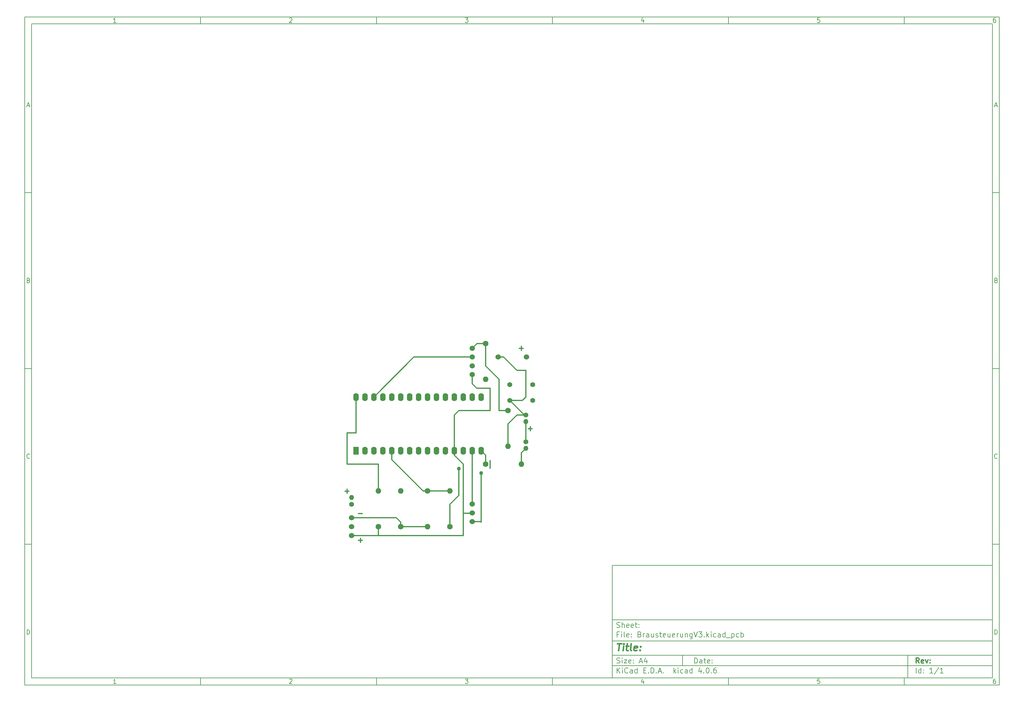
<source format=gtl>
%TF.GenerationSoftware,KiCad,Pcbnew,4.0.6*%
%TF.CreationDate,2018-01-11T13:18:02+01:00*%
%TF.ProjectId,BrausteuerungV3,42726175737465756572756E6756332E,rev?*%
%TF.FileFunction,Copper,L1,Top,Signal*%
%FSLAX46Y46*%
G04 Gerber Fmt 4.6, Leading zero omitted, Abs format (unit mm)*
G04 Created by KiCad (PCBNEW 4.0.6) date 01/11/18 13:18:02*
%MOMM*%
%LPD*%
G01*
G04 APERTURE LIST*
%ADD10C,0.100000*%
%ADD11C,0.150000*%
%ADD12C,0.300000*%
%ADD13C,0.400000*%
%ADD14C,1.524000*%
%ADD15C,1.600000*%
%ADD16O,1.600000X1.600000*%
%ADD17C,1.400000*%
%ADD18O,1.400000X1.400000*%
%ADD19C,1.500000*%
%ADD20R,1.574800X2.286000*%
%ADD21O,1.574800X2.286000*%
%ADD22C,1.100000*%
G04 APERTURE END LIST*
D10*
D11*
X177002200Y-166007200D02*
X177002200Y-198007200D01*
X285002200Y-198007200D01*
X285002200Y-166007200D01*
X177002200Y-166007200D01*
D10*
D11*
X10000000Y-10000000D02*
X10000000Y-200007200D01*
X287002200Y-200007200D01*
X287002200Y-10000000D01*
X10000000Y-10000000D01*
D10*
D11*
X12000000Y-12000000D02*
X12000000Y-198007200D01*
X285002200Y-198007200D01*
X285002200Y-12000000D01*
X12000000Y-12000000D01*
D10*
D11*
X60000000Y-12000000D02*
X60000000Y-10000000D01*
D10*
D11*
X110000000Y-12000000D02*
X110000000Y-10000000D01*
D10*
D11*
X160000000Y-12000000D02*
X160000000Y-10000000D01*
D10*
D11*
X210000000Y-12000000D02*
X210000000Y-10000000D01*
D10*
D11*
X260000000Y-12000000D02*
X260000000Y-10000000D01*
D10*
D11*
X35990476Y-11588095D02*
X35247619Y-11588095D01*
X35619048Y-11588095D02*
X35619048Y-10288095D01*
X35495238Y-10473810D01*
X35371429Y-10597619D01*
X35247619Y-10659524D01*
D10*
D11*
X85247619Y-10411905D02*
X85309524Y-10350000D01*
X85433333Y-10288095D01*
X85742857Y-10288095D01*
X85866667Y-10350000D01*
X85928571Y-10411905D01*
X85990476Y-10535714D01*
X85990476Y-10659524D01*
X85928571Y-10845238D01*
X85185714Y-11588095D01*
X85990476Y-11588095D01*
D10*
D11*
X135185714Y-10288095D02*
X135990476Y-10288095D01*
X135557143Y-10783333D01*
X135742857Y-10783333D01*
X135866667Y-10845238D01*
X135928571Y-10907143D01*
X135990476Y-11030952D01*
X135990476Y-11340476D01*
X135928571Y-11464286D01*
X135866667Y-11526190D01*
X135742857Y-11588095D01*
X135371429Y-11588095D01*
X135247619Y-11526190D01*
X135185714Y-11464286D01*
D10*
D11*
X185866667Y-10721429D02*
X185866667Y-11588095D01*
X185557143Y-10226190D02*
X185247619Y-11154762D01*
X186052381Y-11154762D01*
D10*
D11*
X235928571Y-10288095D02*
X235309524Y-10288095D01*
X235247619Y-10907143D01*
X235309524Y-10845238D01*
X235433333Y-10783333D01*
X235742857Y-10783333D01*
X235866667Y-10845238D01*
X235928571Y-10907143D01*
X235990476Y-11030952D01*
X235990476Y-11340476D01*
X235928571Y-11464286D01*
X235866667Y-11526190D01*
X235742857Y-11588095D01*
X235433333Y-11588095D01*
X235309524Y-11526190D01*
X235247619Y-11464286D01*
D10*
D11*
X285866667Y-10288095D02*
X285619048Y-10288095D01*
X285495238Y-10350000D01*
X285433333Y-10411905D01*
X285309524Y-10597619D01*
X285247619Y-10845238D01*
X285247619Y-11340476D01*
X285309524Y-11464286D01*
X285371429Y-11526190D01*
X285495238Y-11588095D01*
X285742857Y-11588095D01*
X285866667Y-11526190D01*
X285928571Y-11464286D01*
X285990476Y-11340476D01*
X285990476Y-11030952D01*
X285928571Y-10907143D01*
X285866667Y-10845238D01*
X285742857Y-10783333D01*
X285495238Y-10783333D01*
X285371429Y-10845238D01*
X285309524Y-10907143D01*
X285247619Y-11030952D01*
D10*
D11*
X60000000Y-198007200D02*
X60000000Y-200007200D01*
D10*
D11*
X110000000Y-198007200D02*
X110000000Y-200007200D01*
D10*
D11*
X160000000Y-198007200D02*
X160000000Y-200007200D01*
D10*
D11*
X210000000Y-198007200D02*
X210000000Y-200007200D01*
D10*
D11*
X260000000Y-198007200D02*
X260000000Y-200007200D01*
D10*
D11*
X35990476Y-199595295D02*
X35247619Y-199595295D01*
X35619048Y-199595295D02*
X35619048Y-198295295D01*
X35495238Y-198481010D01*
X35371429Y-198604819D01*
X35247619Y-198666724D01*
D10*
D11*
X85247619Y-198419105D02*
X85309524Y-198357200D01*
X85433333Y-198295295D01*
X85742857Y-198295295D01*
X85866667Y-198357200D01*
X85928571Y-198419105D01*
X85990476Y-198542914D01*
X85990476Y-198666724D01*
X85928571Y-198852438D01*
X85185714Y-199595295D01*
X85990476Y-199595295D01*
D10*
D11*
X135185714Y-198295295D02*
X135990476Y-198295295D01*
X135557143Y-198790533D01*
X135742857Y-198790533D01*
X135866667Y-198852438D01*
X135928571Y-198914343D01*
X135990476Y-199038152D01*
X135990476Y-199347676D01*
X135928571Y-199471486D01*
X135866667Y-199533390D01*
X135742857Y-199595295D01*
X135371429Y-199595295D01*
X135247619Y-199533390D01*
X135185714Y-199471486D01*
D10*
D11*
X185866667Y-198728629D02*
X185866667Y-199595295D01*
X185557143Y-198233390D02*
X185247619Y-199161962D01*
X186052381Y-199161962D01*
D10*
D11*
X235928571Y-198295295D02*
X235309524Y-198295295D01*
X235247619Y-198914343D01*
X235309524Y-198852438D01*
X235433333Y-198790533D01*
X235742857Y-198790533D01*
X235866667Y-198852438D01*
X235928571Y-198914343D01*
X235990476Y-199038152D01*
X235990476Y-199347676D01*
X235928571Y-199471486D01*
X235866667Y-199533390D01*
X235742857Y-199595295D01*
X235433333Y-199595295D01*
X235309524Y-199533390D01*
X235247619Y-199471486D01*
D10*
D11*
X285866667Y-198295295D02*
X285619048Y-198295295D01*
X285495238Y-198357200D01*
X285433333Y-198419105D01*
X285309524Y-198604819D01*
X285247619Y-198852438D01*
X285247619Y-199347676D01*
X285309524Y-199471486D01*
X285371429Y-199533390D01*
X285495238Y-199595295D01*
X285742857Y-199595295D01*
X285866667Y-199533390D01*
X285928571Y-199471486D01*
X285990476Y-199347676D01*
X285990476Y-199038152D01*
X285928571Y-198914343D01*
X285866667Y-198852438D01*
X285742857Y-198790533D01*
X285495238Y-198790533D01*
X285371429Y-198852438D01*
X285309524Y-198914343D01*
X285247619Y-199038152D01*
D10*
D11*
X10000000Y-60000000D02*
X12000000Y-60000000D01*
D10*
D11*
X10000000Y-110000000D02*
X12000000Y-110000000D01*
D10*
D11*
X10000000Y-160000000D02*
X12000000Y-160000000D01*
D10*
D11*
X10690476Y-35216667D02*
X11309524Y-35216667D01*
X10566667Y-35588095D02*
X11000000Y-34288095D01*
X11433333Y-35588095D01*
D10*
D11*
X11092857Y-84907143D02*
X11278571Y-84969048D01*
X11340476Y-85030952D01*
X11402381Y-85154762D01*
X11402381Y-85340476D01*
X11340476Y-85464286D01*
X11278571Y-85526190D01*
X11154762Y-85588095D01*
X10659524Y-85588095D01*
X10659524Y-84288095D01*
X11092857Y-84288095D01*
X11216667Y-84350000D01*
X11278571Y-84411905D01*
X11340476Y-84535714D01*
X11340476Y-84659524D01*
X11278571Y-84783333D01*
X11216667Y-84845238D01*
X11092857Y-84907143D01*
X10659524Y-84907143D01*
D10*
D11*
X11402381Y-135464286D02*
X11340476Y-135526190D01*
X11154762Y-135588095D01*
X11030952Y-135588095D01*
X10845238Y-135526190D01*
X10721429Y-135402381D01*
X10659524Y-135278571D01*
X10597619Y-135030952D01*
X10597619Y-134845238D01*
X10659524Y-134597619D01*
X10721429Y-134473810D01*
X10845238Y-134350000D01*
X11030952Y-134288095D01*
X11154762Y-134288095D01*
X11340476Y-134350000D01*
X11402381Y-134411905D01*
D10*
D11*
X10659524Y-185588095D02*
X10659524Y-184288095D01*
X10969048Y-184288095D01*
X11154762Y-184350000D01*
X11278571Y-184473810D01*
X11340476Y-184597619D01*
X11402381Y-184845238D01*
X11402381Y-185030952D01*
X11340476Y-185278571D01*
X11278571Y-185402381D01*
X11154762Y-185526190D01*
X10969048Y-185588095D01*
X10659524Y-185588095D01*
D10*
D11*
X287002200Y-60000000D02*
X285002200Y-60000000D01*
D10*
D11*
X287002200Y-110000000D02*
X285002200Y-110000000D01*
D10*
D11*
X287002200Y-160000000D02*
X285002200Y-160000000D01*
D10*
D11*
X285692676Y-35216667D02*
X286311724Y-35216667D01*
X285568867Y-35588095D02*
X286002200Y-34288095D01*
X286435533Y-35588095D01*
D10*
D11*
X286095057Y-84907143D02*
X286280771Y-84969048D01*
X286342676Y-85030952D01*
X286404581Y-85154762D01*
X286404581Y-85340476D01*
X286342676Y-85464286D01*
X286280771Y-85526190D01*
X286156962Y-85588095D01*
X285661724Y-85588095D01*
X285661724Y-84288095D01*
X286095057Y-84288095D01*
X286218867Y-84350000D01*
X286280771Y-84411905D01*
X286342676Y-84535714D01*
X286342676Y-84659524D01*
X286280771Y-84783333D01*
X286218867Y-84845238D01*
X286095057Y-84907143D01*
X285661724Y-84907143D01*
D10*
D11*
X286404581Y-135464286D02*
X286342676Y-135526190D01*
X286156962Y-135588095D01*
X286033152Y-135588095D01*
X285847438Y-135526190D01*
X285723629Y-135402381D01*
X285661724Y-135278571D01*
X285599819Y-135030952D01*
X285599819Y-134845238D01*
X285661724Y-134597619D01*
X285723629Y-134473810D01*
X285847438Y-134350000D01*
X286033152Y-134288095D01*
X286156962Y-134288095D01*
X286342676Y-134350000D01*
X286404581Y-134411905D01*
D10*
D11*
X285661724Y-185588095D02*
X285661724Y-184288095D01*
X285971248Y-184288095D01*
X286156962Y-184350000D01*
X286280771Y-184473810D01*
X286342676Y-184597619D01*
X286404581Y-184845238D01*
X286404581Y-185030952D01*
X286342676Y-185278571D01*
X286280771Y-185402381D01*
X286156962Y-185526190D01*
X285971248Y-185588095D01*
X285661724Y-185588095D01*
D10*
D11*
X200359343Y-193785771D02*
X200359343Y-192285771D01*
X200716486Y-192285771D01*
X200930771Y-192357200D01*
X201073629Y-192500057D01*
X201145057Y-192642914D01*
X201216486Y-192928629D01*
X201216486Y-193142914D01*
X201145057Y-193428629D01*
X201073629Y-193571486D01*
X200930771Y-193714343D01*
X200716486Y-193785771D01*
X200359343Y-193785771D01*
X202502200Y-193785771D02*
X202502200Y-193000057D01*
X202430771Y-192857200D01*
X202287914Y-192785771D01*
X202002200Y-192785771D01*
X201859343Y-192857200D01*
X202502200Y-193714343D02*
X202359343Y-193785771D01*
X202002200Y-193785771D01*
X201859343Y-193714343D01*
X201787914Y-193571486D01*
X201787914Y-193428629D01*
X201859343Y-193285771D01*
X202002200Y-193214343D01*
X202359343Y-193214343D01*
X202502200Y-193142914D01*
X203002200Y-192785771D02*
X203573629Y-192785771D01*
X203216486Y-192285771D02*
X203216486Y-193571486D01*
X203287914Y-193714343D01*
X203430772Y-193785771D01*
X203573629Y-193785771D01*
X204645057Y-193714343D02*
X204502200Y-193785771D01*
X204216486Y-193785771D01*
X204073629Y-193714343D01*
X204002200Y-193571486D01*
X204002200Y-193000057D01*
X204073629Y-192857200D01*
X204216486Y-192785771D01*
X204502200Y-192785771D01*
X204645057Y-192857200D01*
X204716486Y-193000057D01*
X204716486Y-193142914D01*
X204002200Y-193285771D01*
X205359343Y-193642914D02*
X205430771Y-193714343D01*
X205359343Y-193785771D01*
X205287914Y-193714343D01*
X205359343Y-193642914D01*
X205359343Y-193785771D01*
X205359343Y-192857200D02*
X205430771Y-192928629D01*
X205359343Y-193000057D01*
X205287914Y-192928629D01*
X205359343Y-192857200D01*
X205359343Y-193000057D01*
D10*
D11*
X177002200Y-194507200D02*
X285002200Y-194507200D01*
D10*
D11*
X178359343Y-196585771D02*
X178359343Y-195085771D01*
X179216486Y-196585771D02*
X178573629Y-195728629D01*
X179216486Y-195085771D02*
X178359343Y-195942914D01*
X179859343Y-196585771D02*
X179859343Y-195585771D01*
X179859343Y-195085771D02*
X179787914Y-195157200D01*
X179859343Y-195228629D01*
X179930771Y-195157200D01*
X179859343Y-195085771D01*
X179859343Y-195228629D01*
X181430772Y-196442914D02*
X181359343Y-196514343D01*
X181145057Y-196585771D01*
X181002200Y-196585771D01*
X180787915Y-196514343D01*
X180645057Y-196371486D01*
X180573629Y-196228629D01*
X180502200Y-195942914D01*
X180502200Y-195728629D01*
X180573629Y-195442914D01*
X180645057Y-195300057D01*
X180787915Y-195157200D01*
X181002200Y-195085771D01*
X181145057Y-195085771D01*
X181359343Y-195157200D01*
X181430772Y-195228629D01*
X182716486Y-196585771D02*
X182716486Y-195800057D01*
X182645057Y-195657200D01*
X182502200Y-195585771D01*
X182216486Y-195585771D01*
X182073629Y-195657200D01*
X182716486Y-196514343D02*
X182573629Y-196585771D01*
X182216486Y-196585771D01*
X182073629Y-196514343D01*
X182002200Y-196371486D01*
X182002200Y-196228629D01*
X182073629Y-196085771D01*
X182216486Y-196014343D01*
X182573629Y-196014343D01*
X182716486Y-195942914D01*
X184073629Y-196585771D02*
X184073629Y-195085771D01*
X184073629Y-196514343D02*
X183930772Y-196585771D01*
X183645058Y-196585771D01*
X183502200Y-196514343D01*
X183430772Y-196442914D01*
X183359343Y-196300057D01*
X183359343Y-195871486D01*
X183430772Y-195728629D01*
X183502200Y-195657200D01*
X183645058Y-195585771D01*
X183930772Y-195585771D01*
X184073629Y-195657200D01*
X185930772Y-195800057D02*
X186430772Y-195800057D01*
X186645058Y-196585771D02*
X185930772Y-196585771D01*
X185930772Y-195085771D01*
X186645058Y-195085771D01*
X187287915Y-196442914D02*
X187359343Y-196514343D01*
X187287915Y-196585771D01*
X187216486Y-196514343D01*
X187287915Y-196442914D01*
X187287915Y-196585771D01*
X188002201Y-196585771D02*
X188002201Y-195085771D01*
X188359344Y-195085771D01*
X188573629Y-195157200D01*
X188716487Y-195300057D01*
X188787915Y-195442914D01*
X188859344Y-195728629D01*
X188859344Y-195942914D01*
X188787915Y-196228629D01*
X188716487Y-196371486D01*
X188573629Y-196514343D01*
X188359344Y-196585771D01*
X188002201Y-196585771D01*
X189502201Y-196442914D02*
X189573629Y-196514343D01*
X189502201Y-196585771D01*
X189430772Y-196514343D01*
X189502201Y-196442914D01*
X189502201Y-196585771D01*
X190145058Y-196157200D02*
X190859344Y-196157200D01*
X190002201Y-196585771D02*
X190502201Y-195085771D01*
X191002201Y-196585771D01*
X191502201Y-196442914D02*
X191573629Y-196514343D01*
X191502201Y-196585771D01*
X191430772Y-196514343D01*
X191502201Y-196442914D01*
X191502201Y-196585771D01*
X194502201Y-196585771D02*
X194502201Y-195085771D01*
X194645058Y-196014343D02*
X195073629Y-196585771D01*
X195073629Y-195585771D02*
X194502201Y-196157200D01*
X195716487Y-196585771D02*
X195716487Y-195585771D01*
X195716487Y-195085771D02*
X195645058Y-195157200D01*
X195716487Y-195228629D01*
X195787915Y-195157200D01*
X195716487Y-195085771D01*
X195716487Y-195228629D01*
X197073630Y-196514343D02*
X196930773Y-196585771D01*
X196645059Y-196585771D01*
X196502201Y-196514343D01*
X196430773Y-196442914D01*
X196359344Y-196300057D01*
X196359344Y-195871486D01*
X196430773Y-195728629D01*
X196502201Y-195657200D01*
X196645059Y-195585771D01*
X196930773Y-195585771D01*
X197073630Y-195657200D01*
X198359344Y-196585771D02*
X198359344Y-195800057D01*
X198287915Y-195657200D01*
X198145058Y-195585771D01*
X197859344Y-195585771D01*
X197716487Y-195657200D01*
X198359344Y-196514343D02*
X198216487Y-196585771D01*
X197859344Y-196585771D01*
X197716487Y-196514343D01*
X197645058Y-196371486D01*
X197645058Y-196228629D01*
X197716487Y-196085771D01*
X197859344Y-196014343D01*
X198216487Y-196014343D01*
X198359344Y-195942914D01*
X199716487Y-196585771D02*
X199716487Y-195085771D01*
X199716487Y-196514343D02*
X199573630Y-196585771D01*
X199287916Y-196585771D01*
X199145058Y-196514343D01*
X199073630Y-196442914D01*
X199002201Y-196300057D01*
X199002201Y-195871486D01*
X199073630Y-195728629D01*
X199145058Y-195657200D01*
X199287916Y-195585771D01*
X199573630Y-195585771D01*
X199716487Y-195657200D01*
X202216487Y-195585771D02*
X202216487Y-196585771D01*
X201859344Y-195014343D02*
X201502201Y-196085771D01*
X202430773Y-196085771D01*
X203002201Y-196442914D02*
X203073629Y-196514343D01*
X203002201Y-196585771D01*
X202930772Y-196514343D01*
X203002201Y-196442914D01*
X203002201Y-196585771D01*
X204002201Y-195085771D02*
X204145058Y-195085771D01*
X204287915Y-195157200D01*
X204359344Y-195228629D01*
X204430773Y-195371486D01*
X204502201Y-195657200D01*
X204502201Y-196014343D01*
X204430773Y-196300057D01*
X204359344Y-196442914D01*
X204287915Y-196514343D01*
X204145058Y-196585771D01*
X204002201Y-196585771D01*
X203859344Y-196514343D01*
X203787915Y-196442914D01*
X203716487Y-196300057D01*
X203645058Y-196014343D01*
X203645058Y-195657200D01*
X203716487Y-195371486D01*
X203787915Y-195228629D01*
X203859344Y-195157200D01*
X204002201Y-195085771D01*
X205145058Y-196442914D02*
X205216486Y-196514343D01*
X205145058Y-196585771D01*
X205073629Y-196514343D01*
X205145058Y-196442914D01*
X205145058Y-196585771D01*
X206502201Y-195085771D02*
X206216487Y-195085771D01*
X206073630Y-195157200D01*
X206002201Y-195228629D01*
X205859344Y-195442914D01*
X205787915Y-195728629D01*
X205787915Y-196300057D01*
X205859344Y-196442914D01*
X205930772Y-196514343D01*
X206073630Y-196585771D01*
X206359344Y-196585771D01*
X206502201Y-196514343D01*
X206573630Y-196442914D01*
X206645058Y-196300057D01*
X206645058Y-195942914D01*
X206573630Y-195800057D01*
X206502201Y-195728629D01*
X206359344Y-195657200D01*
X206073630Y-195657200D01*
X205930772Y-195728629D01*
X205859344Y-195800057D01*
X205787915Y-195942914D01*
D10*
D11*
X177002200Y-191507200D02*
X285002200Y-191507200D01*
D10*
D12*
X264216486Y-193785771D02*
X263716486Y-193071486D01*
X263359343Y-193785771D02*
X263359343Y-192285771D01*
X263930771Y-192285771D01*
X264073629Y-192357200D01*
X264145057Y-192428629D01*
X264216486Y-192571486D01*
X264216486Y-192785771D01*
X264145057Y-192928629D01*
X264073629Y-193000057D01*
X263930771Y-193071486D01*
X263359343Y-193071486D01*
X265430771Y-193714343D02*
X265287914Y-193785771D01*
X265002200Y-193785771D01*
X264859343Y-193714343D01*
X264787914Y-193571486D01*
X264787914Y-193000057D01*
X264859343Y-192857200D01*
X265002200Y-192785771D01*
X265287914Y-192785771D01*
X265430771Y-192857200D01*
X265502200Y-193000057D01*
X265502200Y-193142914D01*
X264787914Y-193285771D01*
X266002200Y-192785771D02*
X266359343Y-193785771D01*
X266716485Y-192785771D01*
X267287914Y-193642914D02*
X267359342Y-193714343D01*
X267287914Y-193785771D01*
X267216485Y-193714343D01*
X267287914Y-193642914D01*
X267287914Y-193785771D01*
X267287914Y-192857200D02*
X267359342Y-192928629D01*
X267287914Y-193000057D01*
X267216485Y-192928629D01*
X267287914Y-192857200D01*
X267287914Y-193000057D01*
D10*
D11*
X178287914Y-193714343D02*
X178502200Y-193785771D01*
X178859343Y-193785771D01*
X179002200Y-193714343D01*
X179073629Y-193642914D01*
X179145057Y-193500057D01*
X179145057Y-193357200D01*
X179073629Y-193214343D01*
X179002200Y-193142914D01*
X178859343Y-193071486D01*
X178573629Y-193000057D01*
X178430771Y-192928629D01*
X178359343Y-192857200D01*
X178287914Y-192714343D01*
X178287914Y-192571486D01*
X178359343Y-192428629D01*
X178430771Y-192357200D01*
X178573629Y-192285771D01*
X178930771Y-192285771D01*
X179145057Y-192357200D01*
X179787914Y-193785771D02*
X179787914Y-192785771D01*
X179787914Y-192285771D02*
X179716485Y-192357200D01*
X179787914Y-192428629D01*
X179859342Y-192357200D01*
X179787914Y-192285771D01*
X179787914Y-192428629D01*
X180359343Y-192785771D02*
X181145057Y-192785771D01*
X180359343Y-193785771D01*
X181145057Y-193785771D01*
X182287914Y-193714343D02*
X182145057Y-193785771D01*
X181859343Y-193785771D01*
X181716486Y-193714343D01*
X181645057Y-193571486D01*
X181645057Y-193000057D01*
X181716486Y-192857200D01*
X181859343Y-192785771D01*
X182145057Y-192785771D01*
X182287914Y-192857200D01*
X182359343Y-193000057D01*
X182359343Y-193142914D01*
X181645057Y-193285771D01*
X183002200Y-193642914D02*
X183073628Y-193714343D01*
X183002200Y-193785771D01*
X182930771Y-193714343D01*
X183002200Y-193642914D01*
X183002200Y-193785771D01*
X183002200Y-192857200D02*
X183073628Y-192928629D01*
X183002200Y-193000057D01*
X182930771Y-192928629D01*
X183002200Y-192857200D01*
X183002200Y-193000057D01*
X184787914Y-193357200D02*
X185502200Y-193357200D01*
X184645057Y-193785771D02*
X185145057Y-192285771D01*
X185645057Y-193785771D01*
X186787914Y-192785771D02*
X186787914Y-193785771D01*
X186430771Y-192214343D02*
X186073628Y-193285771D01*
X187002200Y-193285771D01*
D10*
D11*
X263359343Y-196585771D02*
X263359343Y-195085771D01*
X264716486Y-196585771D02*
X264716486Y-195085771D01*
X264716486Y-196514343D02*
X264573629Y-196585771D01*
X264287915Y-196585771D01*
X264145057Y-196514343D01*
X264073629Y-196442914D01*
X264002200Y-196300057D01*
X264002200Y-195871486D01*
X264073629Y-195728629D01*
X264145057Y-195657200D01*
X264287915Y-195585771D01*
X264573629Y-195585771D01*
X264716486Y-195657200D01*
X265430772Y-196442914D02*
X265502200Y-196514343D01*
X265430772Y-196585771D01*
X265359343Y-196514343D01*
X265430772Y-196442914D01*
X265430772Y-196585771D01*
X265430772Y-195657200D02*
X265502200Y-195728629D01*
X265430772Y-195800057D01*
X265359343Y-195728629D01*
X265430772Y-195657200D01*
X265430772Y-195800057D01*
X268073629Y-196585771D02*
X267216486Y-196585771D01*
X267645058Y-196585771D02*
X267645058Y-195085771D01*
X267502201Y-195300057D01*
X267359343Y-195442914D01*
X267216486Y-195514343D01*
X269787914Y-195014343D02*
X268502200Y-196942914D01*
X271073629Y-196585771D02*
X270216486Y-196585771D01*
X270645058Y-196585771D02*
X270645058Y-195085771D01*
X270502201Y-195300057D01*
X270359343Y-195442914D01*
X270216486Y-195514343D01*
D10*
D11*
X177002200Y-187507200D02*
X285002200Y-187507200D01*
D10*
D13*
X178454581Y-188211962D02*
X179597438Y-188211962D01*
X178776010Y-190211962D02*
X179026010Y-188211962D01*
X180014105Y-190211962D02*
X180180771Y-188878629D01*
X180264105Y-188211962D02*
X180156962Y-188307200D01*
X180240295Y-188402438D01*
X180347439Y-188307200D01*
X180264105Y-188211962D01*
X180240295Y-188402438D01*
X180847438Y-188878629D02*
X181609343Y-188878629D01*
X181216486Y-188211962D02*
X181002200Y-189926248D01*
X181073630Y-190116724D01*
X181252201Y-190211962D01*
X181442677Y-190211962D01*
X182395058Y-190211962D02*
X182216487Y-190116724D01*
X182145057Y-189926248D01*
X182359343Y-188211962D01*
X183930772Y-190116724D02*
X183728391Y-190211962D01*
X183347439Y-190211962D01*
X183168867Y-190116724D01*
X183097438Y-189926248D01*
X183192676Y-189164343D01*
X183311724Y-188973867D01*
X183514105Y-188878629D01*
X183895057Y-188878629D01*
X184073629Y-188973867D01*
X184145057Y-189164343D01*
X184121248Y-189354819D01*
X183145057Y-189545295D01*
X184895057Y-190021486D02*
X184978392Y-190116724D01*
X184871248Y-190211962D01*
X184787915Y-190116724D01*
X184895057Y-190021486D01*
X184871248Y-190211962D01*
X185026010Y-188973867D02*
X185109344Y-189069105D01*
X185002200Y-189164343D01*
X184918867Y-189069105D01*
X185026010Y-188973867D01*
X185002200Y-189164343D01*
D10*
D11*
X178859343Y-185600057D02*
X178359343Y-185600057D01*
X178359343Y-186385771D02*
X178359343Y-184885771D01*
X179073629Y-184885771D01*
X179645057Y-186385771D02*
X179645057Y-185385771D01*
X179645057Y-184885771D02*
X179573628Y-184957200D01*
X179645057Y-185028629D01*
X179716485Y-184957200D01*
X179645057Y-184885771D01*
X179645057Y-185028629D01*
X180573629Y-186385771D02*
X180430771Y-186314343D01*
X180359343Y-186171486D01*
X180359343Y-184885771D01*
X181716485Y-186314343D02*
X181573628Y-186385771D01*
X181287914Y-186385771D01*
X181145057Y-186314343D01*
X181073628Y-186171486D01*
X181073628Y-185600057D01*
X181145057Y-185457200D01*
X181287914Y-185385771D01*
X181573628Y-185385771D01*
X181716485Y-185457200D01*
X181787914Y-185600057D01*
X181787914Y-185742914D01*
X181073628Y-185885771D01*
X182430771Y-186242914D02*
X182502199Y-186314343D01*
X182430771Y-186385771D01*
X182359342Y-186314343D01*
X182430771Y-186242914D01*
X182430771Y-186385771D01*
X182430771Y-185457200D02*
X182502199Y-185528629D01*
X182430771Y-185600057D01*
X182359342Y-185528629D01*
X182430771Y-185457200D01*
X182430771Y-185600057D01*
X184787914Y-185600057D02*
X185002200Y-185671486D01*
X185073628Y-185742914D01*
X185145057Y-185885771D01*
X185145057Y-186100057D01*
X185073628Y-186242914D01*
X185002200Y-186314343D01*
X184859342Y-186385771D01*
X184287914Y-186385771D01*
X184287914Y-184885771D01*
X184787914Y-184885771D01*
X184930771Y-184957200D01*
X185002200Y-185028629D01*
X185073628Y-185171486D01*
X185073628Y-185314343D01*
X185002200Y-185457200D01*
X184930771Y-185528629D01*
X184787914Y-185600057D01*
X184287914Y-185600057D01*
X185787914Y-186385771D02*
X185787914Y-185385771D01*
X185787914Y-185671486D02*
X185859342Y-185528629D01*
X185930771Y-185457200D01*
X186073628Y-185385771D01*
X186216485Y-185385771D01*
X187359342Y-186385771D02*
X187359342Y-185600057D01*
X187287913Y-185457200D01*
X187145056Y-185385771D01*
X186859342Y-185385771D01*
X186716485Y-185457200D01*
X187359342Y-186314343D02*
X187216485Y-186385771D01*
X186859342Y-186385771D01*
X186716485Y-186314343D01*
X186645056Y-186171486D01*
X186645056Y-186028629D01*
X186716485Y-185885771D01*
X186859342Y-185814343D01*
X187216485Y-185814343D01*
X187359342Y-185742914D01*
X188716485Y-185385771D02*
X188716485Y-186385771D01*
X188073628Y-185385771D02*
X188073628Y-186171486D01*
X188145056Y-186314343D01*
X188287914Y-186385771D01*
X188502199Y-186385771D01*
X188645056Y-186314343D01*
X188716485Y-186242914D01*
X189359342Y-186314343D02*
X189502199Y-186385771D01*
X189787914Y-186385771D01*
X189930771Y-186314343D01*
X190002199Y-186171486D01*
X190002199Y-186100057D01*
X189930771Y-185957200D01*
X189787914Y-185885771D01*
X189573628Y-185885771D01*
X189430771Y-185814343D01*
X189359342Y-185671486D01*
X189359342Y-185600057D01*
X189430771Y-185457200D01*
X189573628Y-185385771D01*
X189787914Y-185385771D01*
X189930771Y-185457200D01*
X190430771Y-185385771D02*
X191002200Y-185385771D01*
X190645057Y-184885771D02*
X190645057Y-186171486D01*
X190716485Y-186314343D01*
X190859343Y-186385771D01*
X191002200Y-186385771D01*
X192073628Y-186314343D02*
X191930771Y-186385771D01*
X191645057Y-186385771D01*
X191502200Y-186314343D01*
X191430771Y-186171486D01*
X191430771Y-185600057D01*
X191502200Y-185457200D01*
X191645057Y-185385771D01*
X191930771Y-185385771D01*
X192073628Y-185457200D01*
X192145057Y-185600057D01*
X192145057Y-185742914D01*
X191430771Y-185885771D01*
X193430771Y-185385771D02*
X193430771Y-186385771D01*
X192787914Y-185385771D02*
X192787914Y-186171486D01*
X192859342Y-186314343D01*
X193002200Y-186385771D01*
X193216485Y-186385771D01*
X193359342Y-186314343D01*
X193430771Y-186242914D01*
X194716485Y-186314343D02*
X194573628Y-186385771D01*
X194287914Y-186385771D01*
X194145057Y-186314343D01*
X194073628Y-186171486D01*
X194073628Y-185600057D01*
X194145057Y-185457200D01*
X194287914Y-185385771D01*
X194573628Y-185385771D01*
X194716485Y-185457200D01*
X194787914Y-185600057D01*
X194787914Y-185742914D01*
X194073628Y-185885771D01*
X195430771Y-186385771D02*
X195430771Y-185385771D01*
X195430771Y-185671486D02*
X195502199Y-185528629D01*
X195573628Y-185457200D01*
X195716485Y-185385771D01*
X195859342Y-185385771D01*
X197002199Y-185385771D02*
X197002199Y-186385771D01*
X196359342Y-185385771D02*
X196359342Y-186171486D01*
X196430770Y-186314343D01*
X196573628Y-186385771D01*
X196787913Y-186385771D01*
X196930770Y-186314343D01*
X197002199Y-186242914D01*
X197716485Y-185385771D02*
X197716485Y-186385771D01*
X197716485Y-185528629D02*
X197787913Y-185457200D01*
X197930771Y-185385771D01*
X198145056Y-185385771D01*
X198287913Y-185457200D01*
X198359342Y-185600057D01*
X198359342Y-186385771D01*
X199716485Y-185385771D02*
X199716485Y-186600057D01*
X199645056Y-186742914D01*
X199573628Y-186814343D01*
X199430771Y-186885771D01*
X199216485Y-186885771D01*
X199073628Y-186814343D01*
X199716485Y-186314343D02*
X199573628Y-186385771D01*
X199287914Y-186385771D01*
X199145056Y-186314343D01*
X199073628Y-186242914D01*
X199002199Y-186100057D01*
X199002199Y-185671486D01*
X199073628Y-185528629D01*
X199145056Y-185457200D01*
X199287914Y-185385771D01*
X199573628Y-185385771D01*
X199716485Y-185457200D01*
X200216485Y-184885771D02*
X200716485Y-186385771D01*
X201216485Y-184885771D01*
X201573628Y-184885771D02*
X202502199Y-184885771D01*
X202002199Y-185457200D01*
X202216485Y-185457200D01*
X202359342Y-185528629D01*
X202430771Y-185600057D01*
X202502199Y-185742914D01*
X202502199Y-186100057D01*
X202430771Y-186242914D01*
X202359342Y-186314343D01*
X202216485Y-186385771D01*
X201787913Y-186385771D01*
X201645056Y-186314343D01*
X201573628Y-186242914D01*
X203145056Y-186242914D02*
X203216484Y-186314343D01*
X203145056Y-186385771D01*
X203073627Y-186314343D01*
X203145056Y-186242914D01*
X203145056Y-186385771D01*
X203859342Y-186385771D02*
X203859342Y-184885771D01*
X204002199Y-185814343D02*
X204430770Y-186385771D01*
X204430770Y-185385771D02*
X203859342Y-185957200D01*
X205073628Y-186385771D02*
X205073628Y-185385771D01*
X205073628Y-184885771D02*
X205002199Y-184957200D01*
X205073628Y-185028629D01*
X205145056Y-184957200D01*
X205073628Y-184885771D01*
X205073628Y-185028629D01*
X206430771Y-186314343D02*
X206287914Y-186385771D01*
X206002200Y-186385771D01*
X205859342Y-186314343D01*
X205787914Y-186242914D01*
X205716485Y-186100057D01*
X205716485Y-185671486D01*
X205787914Y-185528629D01*
X205859342Y-185457200D01*
X206002200Y-185385771D01*
X206287914Y-185385771D01*
X206430771Y-185457200D01*
X207716485Y-186385771D02*
X207716485Y-185600057D01*
X207645056Y-185457200D01*
X207502199Y-185385771D01*
X207216485Y-185385771D01*
X207073628Y-185457200D01*
X207716485Y-186314343D02*
X207573628Y-186385771D01*
X207216485Y-186385771D01*
X207073628Y-186314343D01*
X207002199Y-186171486D01*
X207002199Y-186028629D01*
X207073628Y-185885771D01*
X207216485Y-185814343D01*
X207573628Y-185814343D01*
X207716485Y-185742914D01*
X209073628Y-186385771D02*
X209073628Y-184885771D01*
X209073628Y-186314343D02*
X208930771Y-186385771D01*
X208645057Y-186385771D01*
X208502199Y-186314343D01*
X208430771Y-186242914D01*
X208359342Y-186100057D01*
X208359342Y-185671486D01*
X208430771Y-185528629D01*
X208502199Y-185457200D01*
X208645057Y-185385771D01*
X208930771Y-185385771D01*
X209073628Y-185457200D01*
X209430771Y-186528629D02*
X210573628Y-186528629D01*
X210930771Y-185385771D02*
X210930771Y-186885771D01*
X210930771Y-185457200D02*
X211073628Y-185385771D01*
X211359342Y-185385771D01*
X211502199Y-185457200D01*
X211573628Y-185528629D01*
X211645057Y-185671486D01*
X211645057Y-186100057D01*
X211573628Y-186242914D01*
X211502199Y-186314343D01*
X211359342Y-186385771D01*
X211073628Y-186385771D01*
X210930771Y-186314343D01*
X212930771Y-186314343D02*
X212787914Y-186385771D01*
X212502200Y-186385771D01*
X212359342Y-186314343D01*
X212287914Y-186242914D01*
X212216485Y-186100057D01*
X212216485Y-185671486D01*
X212287914Y-185528629D01*
X212359342Y-185457200D01*
X212502200Y-185385771D01*
X212787914Y-185385771D01*
X212930771Y-185457200D01*
X213573628Y-186385771D02*
X213573628Y-184885771D01*
X213573628Y-185457200D02*
X213716485Y-185385771D01*
X214002199Y-185385771D01*
X214145056Y-185457200D01*
X214216485Y-185528629D01*
X214287914Y-185671486D01*
X214287914Y-186100057D01*
X214216485Y-186242914D01*
X214145056Y-186314343D01*
X214002199Y-186385771D01*
X213716485Y-186385771D01*
X213573628Y-186314343D01*
D10*
D11*
X177002200Y-181507200D02*
X285002200Y-181507200D01*
D10*
D11*
X178287914Y-183614343D02*
X178502200Y-183685771D01*
X178859343Y-183685771D01*
X179002200Y-183614343D01*
X179073629Y-183542914D01*
X179145057Y-183400057D01*
X179145057Y-183257200D01*
X179073629Y-183114343D01*
X179002200Y-183042914D01*
X178859343Y-182971486D01*
X178573629Y-182900057D01*
X178430771Y-182828629D01*
X178359343Y-182757200D01*
X178287914Y-182614343D01*
X178287914Y-182471486D01*
X178359343Y-182328629D01*
X178430771Y-182257200D01*
X178573629Y-182185771D01*
X178930771Y-182185771D01*
X179145057Y-182257200D01*
X179787914Y-183685771D02*
X179787914Y-182185771D01*
X180430771Y-183685771D02*
X180430771Y-182900057D01*
X180359342Y-182757200D01*
X180216485Y-182685771D01*
X180002200Y-182685771D01*
X179859342Y-182757200D01*
X179787914Y-182828629D01*
X181716485Y-183614343D02*
X181573628Y-183685771D01*
X181287914Y-183685771D01*
X181145057Y-183614343D01*
X181073628Y-183471486D01*
X181073628Y-182900057D01*
X181145057Y-182757200D01*
X181287914Y-182685771D01*
X181573628Y-182685771D01*
X181716485Y-182757200D01*
X181787914Y-182900057D01*
X181787914Y-183042914D01*
X181073628Y-183185771D01*
X183002199Y-183614343D02*
X182859342Y-183685771D01*
X182573628Y-183685771D01*
X182430771Y-183614343D01*
X182359342Y-183471486D01*
X182359342Y-182900057D01*
X182430771Y-182757200D01*
X182573628Y-182685771D01*
X182859342Y-182685771D01*
X183002199Y-182757200D01*
X183073628Y-182900057D01*
X183073628Y-183042914D01*
X182359342Y-183185771D01*
X183502199Y-182685771D02*
X184073628Y-182685771D01*
X183716485Y-182185771D02*
X183716485Y-183471486D01*
X183787913Y-183614343D01*
X183930771Y-183685771D01*
X184073628Y-183685771D01*
X184573628Y-183542914D02*
X184645056Y-183614343D01*
X184573628Y-183685771D01*
X184502199Y-183614343D01*
X184573628Y-183542914D01*
X184573628Y-183685771D01*
X184573628Y-182757200D02*
X184645056Y-182828629D01*
X184573628Y-182900057D01*
X184502199Y-182828629D01*
X184573628Y-182757200D01*
X184573628Y-182900057D01*
D10*
D11*
X197002200Y-191507200D02*
X197002200Y-194507200D01*
D10*
D11*
X261002200Y-191507200D02*
X261002200Y-198007200D01*
D12*
X101028572Y-144887143D02*
X102171429Y-144887143D01*
X101600000Y-145458571D02*
X101600000Y-144315714D01*
X142240001Y-138338571D02*
X142240001Y-136195714D01*
X150558572Y-104247143D02*
X151701429Y-104247143D01*
X151130000Y-104818571D02*
X151130000Y-103675714D01*
X153098572Y-127107143D02*
X154241429Y-127107143D01*
X153670000Y-127678571D02*
X153670000Y-126535714D01*
X104838572Y-151237143D02*
X105981429Y-151237143D01*
X104838572Y-158857143D02*
X105981429Y-158857143D01*
X105410000Y-159428571D02*
X105410000Y-158285714D01*
D14*
X137160000Y-148550000D03*
X137160000Y-151050000D03*
X137160000Y-153550000D03*
D15*
X140970000Y-137160000D03*
D16*
X151130000Y-137160000D03*
D17*
X102870000Y-148590000D03*
D18*
X102870000Y-146690000D03*
D14*
X102870000Y-157480000D03*
X102870000Y-154940000D03*
X102870000Y-152400000D03*
D17*
X154380000Y-119090000D03*
X147880000Y-119090000D03*
X147880000Y-114590000D03*
X154380000Y-114590000D03*
D14*
X152590000Y-106680000D03*
X144590000Y-106680000D03*
D19*
X137160000Y-111720000D03*
X137160000Y-109220000D03*
X137160000Y-106720000D03*
X137160000Y-104220000D03*
D17*
X152400000Y-123190000D03*
D18*
X152400000Y-125090000D03*
D17*
X152400000Y-130810000D03*
D18*
X152400000Y-132710000D03*
D15*
X116840000Y-154940000D03*
D16*
X116840000Y-144780000D03*
D15*
X124460000Y-144780000D03*
D16*
X124460000Y-154940000D03*
D15*
X130810000Y-154940000D03*
D16*
X130810000Y-144780000D03*
D15*
X110490000Y-154940000D03*
D16*
X110490000Y-144780000D03*
D15*
X140970000Y-102870000D03*
D16*
X140970000Y-113030000D03*
D15*
X147320000Y-121920000D03*
D16*
X147320000Y-132080000D03*
D20*
X104140000Y-133350000D03*
D21*
X106680000Y-133350000D03*
X109220000Y-133350000D03*
X111760000Y-133350000D03*
X114300000Y-133350000D03*
X116840000Y-133350000D03*
X119380000Y-133350000D03*
X121920000Y-133350000D03*
X124460000Y-133350000D03*
X127000000Y-133350000D03*
X129540000Y-133350000D03*
X132080000Y-133350000D03*
X134620000Y-133350000D03*
X137160000Y-133350000D03*
X139700000Y-133350000D03*
X139700000Y-118110000D03*
X137160000Y-118110000D03*
X134620000Y-118110000D03*
X132080000Y-118110000D03*
X129540000Y-118110000D03*
X127000000Y-118110000D03*
X124460000Y-118110000D03*
X121920000Y-118110000D03*
X119380000Y-118110000D03*
X116840000Y-118110000D03*
X114300000Y-118110000D03*
X111760000Y-118110000D03*
X109220000Y-118110000D03*
X106680000Y-118110000D03*
X104140000Y-118110000D03*
D22*
X147320000Y-132080000D03*
X137160000Y-109220000D03*
X140970000Y-102870000D03*
X140970000Y-113030000D03*
X102870000Y-148590000D03*
X127000000Y-118110000D03*
X133350000Y-138430000D03*
X137160000Y-151050000D03*
X104140000Y-118110000D03*
X129540000Y-118110000D03*
X152590000Y-106680000D03*
X139700000Y-139700000D03*
D12*
X102870000Y-152400000D02*
X115570000Y-152400000D01*
X116840000Y-153670000D02*
X116840000Y-154940000D01*
X115570000Y-152400000D02*
X116840000Y-153670000D01*
X116840000Y-154940000D02*
X124460000Y-154940000D01*
X147320000Y-132080000D02*
X147320000Y-125730000D01*
X147320000Y-125730000D02*
X149860000Y-123190000D01*
X149860000Y-123190000D02*
X152400000Y-123190000D01*
X137160000Y-148550000D02*
X137160000Y-133350000D01*
X147880000Y-119090000D02*
X151420000Y-119090000D01*
X151420000Y-119090000D02*
X152400000Y-118110000D01*
X152400000Y-118110000D02*
X152400000Y-110490000D01*
X152400000Y-110490000D02*
X149860000Y-110490000D01*
X149860000Y-110490000D02*
X146050000Y-106680000D01*
X146050000Y-106680000D02*
X144590000Y-106680000D01*
X152400000Y-123190000D02*
X151980000Y-123190000D01*
X151980000Y-123190000D02*
X147880000Y-119090000D01*
X140970000Y-102870000D02*
X140970000Y-109220000D01*
X144780000Y-121920000D02*
X147320000Y-121920000D01*
X144780000Y-113030000D02*
X144780000Y-121920000D01*
X140970000Y-109220000D02*
X144780000Y-113030000D01*
X140970000Y-102870000D02*
X138510000Y-102870000D01*
X138510000Y-102870000D02*
X137160000Y-104220000D01*
X130810000Y-154940000D02*
X130810000Y-148590000D01*
X133350000Y-146050000D02*
X133350000Y-138430000D01*
X130810000Y-148590000D02*
X133350000Y-146050000D01*
X140970000Y-137160000D02*
X140970000Y-134620000D01*
X140970000Y-134620000D02*
X139700000Y-133350000D01*
X151130000Y-137160000D02*
X151130000Y-133980000D01*
X151130000Y-133980000D02*
X152400000Y-132710000D01*
X134620000Y-151130000D02*
X134620000Y-137160000D01*
X132080000Y-134620000D02*
X132080000Y-133350000D01*
X134620000Y-137160000D02*
X132080000Y-134620000D01*
X110490000Y-154940000D02*
X110490000Y-157480000D01*
X137160000Y-151050000D02*
X137080000Y-151130000D01*
X137080000Y-151130000D02*
X134620000Y-151130000D01*
X134620000Y-157480000D02*
X110490000Y-157480000D01*
X110490000Y-157480000D02*
X102870000Y-157480000D01*
X134620000Y-151130000D02*
X134620000Y-157480000D01*
X137160000Y-111720000D02*
X137160000Y-114300000D01*
X137160000Y-114300000D02*
X138430000Y-115570000D01*
X138430000Y-115570000D02*
X142240000Y-115570000D01*
X142240000Y-115570000D02*
X142240000Y-121920000D01*
X142240000Y-121920000D02*
X133350000Y-121920000D01*
X133350000Y-121920000D02*
X132080000Y-123190000D01*
X132080000Y-123190000D02*
X132080000Y-133350000D01*
X104140000Y-118110000D02*
X104140000Y-128270000D01*
X110490000Y-137160000D02*
X110490000Y-144780000D01*
X101600000Y-137160000D02*
X110490000Y-137160000D01*
X101600000Y-128270000D02*
X101600000Y-137160000D01*
X104140000Y-128270000D02*
X101600000Y-128270000D01*
X139580000Y-153550000D02*
X137160000Y-153550000D01*
X139700000Y-153670000D02*
X139580000Y-153550000D01*
X139700000Y-139700000D02*
X139700000Y-153670000D01*
X137160000Y-106720000D02*
X120610000Y-106720000D01*
X120610000Y-106720000D02*
X109220000Y-118110000D01*
X152400000Y-130810000D02*
X152400000Y-125090000D01*
X152400000Y-125090000D02*
X152400000Y-129540000D01*
X124460000Y-144780000D02*
X123190000Y-144780000D01*
X114300000Y-135890000D02*
X114300000Y-133350000D01*
X123190000Y-144780000D02*
X114300000Y-135890000D01*
X124460000Y-144780000D02*
X130810000Y-144780000D01*
M02*

</source>
